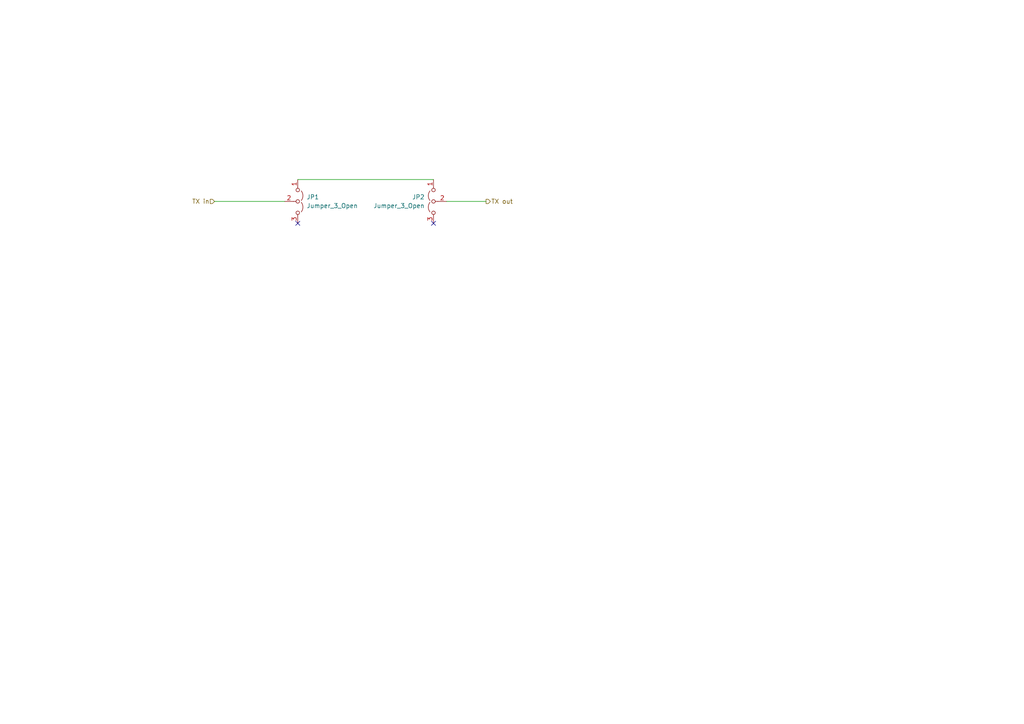
<source format=kicad_sch>
(kicad_sch (version 20231120) (generator "eeschema") (generator_version "8.0")
  (paper "A4")
  (lib_symbols
    (symbol "Jumper:Jumper_3_Open" (pin_names (offset 0) hide)
      (property "Reference" "JP" (at -2.54 -2.54 0))
      (property "Value" "Jumper_3_Open" (at 0 2.794 0))
      (symbol "Jumper_3_Open_0_0"
        (circle (center -3.302 0) (radius 0.508))
        (circle (center 0 0) (radius 0.508))
        (circle (center 3.302 0) (radius 0.508))
      )
      (symbol "Jumper_3_Open_0_1"
        (arc (start -0.254 1.016) (mid -1.651 1.4992) (end -3.048 1.016))
        (polyline (pts (xy 0 -0.508) (xy 0 -1.27)))
        (arc (start 3.048 1.016) (mid 1.651 1.4992) (end 0.254 1.016))
      )
      (symbol "Jumper_3_Open_1_1"
        (pin passive line (at -6.35 0 0) (length 2.54) (name "A") (number "1"))
        (pin passive line (at 0 -3.81 90) (length 2.54) (name "C") (number "2"))
        (pin passive line (at 6.35 0 180) (length 2.54) (name "B") (number "3"))
      )
    )
  )
  (no_connect (at 125.73 64.77))
  (no_connect (at 86.36 64.77))
  (wire (pts (xy 62.23 58.42) (xy 82.55 58.42)))
  (wire (pts (xy 86.36 52.07) (xy 125.73 52.07)))
  (wire (pts (xy 129.54 58.42) (xy 140.97 58.42)))
  (hierarchical_label "TX in" (shape input) (at 62.23 58.42 180))
  (hierarchical_label "TX out" (shape output) (at 140.97 58.42 0))
  (symbol (lib_id "Jumper:Jumper_3_Open") (at 86.36 58.42 270) (unit 1)
    (property "Reference" "JP1" (at 88.9 57.1499 90) (effects (justify left)))
    (property "Value" "Jumper_3_Open" (at 88.9 59.6899 90) (effects (justify left)))
    (property "Footprint" "Connector_PinHeader_1.27mm:PinHeader_1x03_P1.27mm_Vertical" (effects (hide yes)))
    (property "Description" "Jumper, 3-pole, both open" (effects (hide yes)))
  )
  (symbol (lib_id "Jumper:Jumper_3_Open") (at 125.73 58.42 90) (mirror x) (unit 1)
    (property "Reference" "JP2" (at 123.19 57.1499 90) (effects (justify left)))
    (property "Value" "Jumper_3_Open" (at 123.19 59.6899 90) (effects (justify left)))
    (property "Footprint" "Connector_PinHeader_1.27mm:PinHeader_1x03_P1.27mm_Vertical" (effects (hide yes)))
    (property "Description" "Jumper, 3-pole, both open" (effects (hide yes)))
  )
)
</source>
